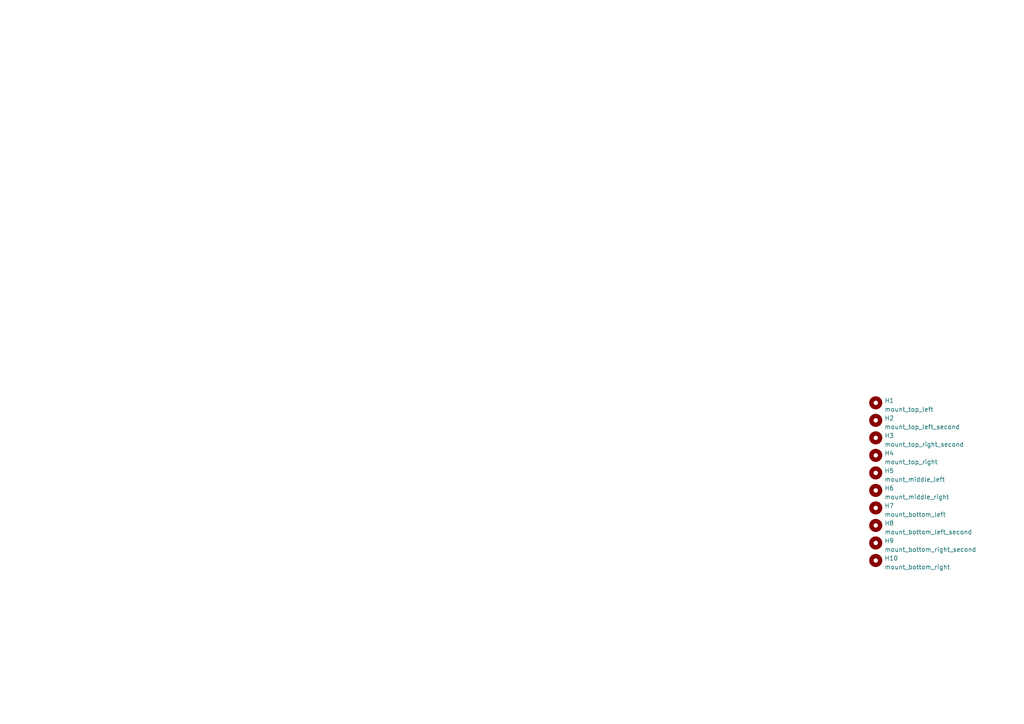
<source format=kicad_sch>
(kicad_sch (version 20230121) (generator eeschema)
  (paper "A4")
  (lib_symbols
    (symbol "Mechanical:MountingHole" (pin_names (offset 1.016))
      (property "Reference" "H" (at 0 5.08 0))
      (property "Value" "MountingHole" (at 0 3.175 0))
      (symbol "MountingHole_0_1"
        (circle (center 0 0) (radius 1.27) (stroke (width 1.27)))
      )
    )
  )
  (symbol (lib_id "Mechanical:MountingHole") (at 254 137.16 0) (unit 1)
    (property "Reference" "H5" (at 256.54 136.525 0) (effects (justify left)))
    (property "Value" "mount_middle_left" (at 256.54 139.065 0) (effects (justify left)))
    (property "Footprint" "MountingHole:MountingHole_3.2mm_M3_DIN965_Pad" (effects hide))
  )
  (symbol (lib_id "Mechanical:MountingHole") (at 254 116.84 0) (unit 1)
    (property "Reference" "H1" (at 256.54 116.205 0) (effects (justify left)))
    (property "Value" "mount_top_left" (at 256.54 118.745 0) (effects (justify left)))
    (property "Footprint" "MountingHole:MountingHole_3.2mm_M3_DIN965_Pad" (effects hide))
  )
  (symbol (lib_id "Mechanical:MountingHole") (at 254 121.92 0) (unit 1)
    (property "Reference" "H2" (at 256.54 121.285 0) (effects (justify left)))
    (property "Value" "mount_top_left_second" (at 256.54 123.825 0) (effects (justify left)))
    (property "Footprint" "MountingHole:MountingHole_3.2mm_M3_DIN965_Pad" (effects hide))
  )
  (symbol (lib_id "Mechanical:MountingHole") (at 254 132.08 0) (unit 1)
    (property "Reference" "H4" (at 256.54 131.445 0) (effects (justify left)))
    (property "Value" "mount_top_right" (at 256.54 133.985 0) (effects (justify left)))
    (property "Footprint" "MountingHole:MountingHole_3.2mm_M3_DIN965_Pad" (effects hide))
  )
  (symbol (lib_id "Mechanical:MountingHole") (at 254 162.56 0) (unit 1)
    (property "Reference" "H10" (at 256.54 161.925 0) (effects (justify left)))
    (property "Value" "mount_bottom_right" (at 256.54 164.465 0) (effects (justify left)))
    (property "Footprint" "MountingHole:MountingHole_3.2mm_M3_DIN965_Pad" (effects hide))
  )
  (symbol (lib_id "Mechanical:MountingHole") (at 254 147.32 0) (unit 1)
    (property "Reference" "H7" (at 256.54 146.685 0) (effects (justify left)))
    (property "Value" "mount_bottom_left" (at 256.54 149.225 0) (effects (justify left)))
    (property "Footprint" "MountingHole:MountingHole_3.2mm_M3_DIN965_Pad" (effects hide))
  )
  (symbol (lib_id "Mechanical:MountingHole") (at 254 142.24 0) (unit 1)
    (property "Reference" "H6" (at 256.54 141.605 0) (effects (justify left)))
    (property "Value" "mount_middle_right" (at 256.54 144.145 0) (effects (justify left)))
    (property "Footprint" "MountingHole:MountingHole_3.2mm_M3_DIN965_Pad" (effects hide))
  )
  (symbol (lib_id "Mechanical:MountingHole") (at 254 157.48 0) (unit 1)
    (property "Reference" "H9" (at 256.54 156.845 0) (effects (justify left)))
    (property "Value" "mount_bottom_right_second" (at 256.54 159.385 0) (effects (justify left)))
    (property "Footprint" "MountingHole:MountingHole_3.2mm_M3_DIN965_Pad" (effects hide))
  )
  (symbol (lib_id "Mechanical:MountingHole") (at 254 152.4 0) (unit 1)
    (property "Reference" "H8" (at 256.54 151.765 0) (effects (justify left)))
    (property "Value" "mount_bottom_left_second" (at 256.54 154.305 0) (effects (justify left)))
    (property "Footprint" "MountingHole:MountingHole_3.2mm_M3_DIN965_Pad" (effects hide))
  )
  (symbol (lib_id "Mechanical:MountingHole") (at 254 127 0) (unit 1)
    (property "Reference" "H3" (at 256.54 126.365 0) (effects (justify left)))
    (property "Value" "mount_top_right_second" (at 256.54 128.905 0) (effects (justify left)))
    (property "Footprint" "MountingHole:MountingHole_3.2mm_M3_DIN965_Pad" (effects hide))
  )
)
</source>
